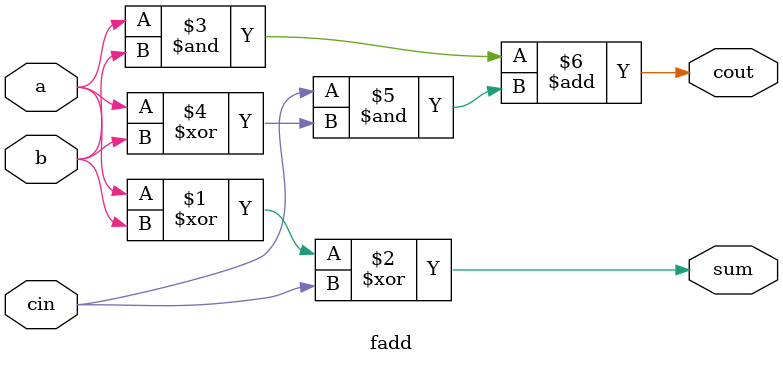
<source format=v>
module top_module( 
    input [2:0] a, b,
    input cin,
    output [2:0] cout,
    output [2:0] sum );

    //simple adder module creation, instantiation connection to create 3 bit ripple adder
 
    fadd add0 (.a(a[0]), .b(b[0]), .cin(cin), .cout(cout[0]), .sum(sum[0]));
    fadd add1 (.a(a[1]), .b(b[1]), .cin(cout[0]), .cout(cout[1]), .sum(sum[1]));
    fadd add2 (.a(a[2]), .b(b[2]), .cin(cout[1]), .cout(cout[2]), .sum(sum[2]));
    
    
endmodule

module fadd(
    input a, b, cin,
    output sum, cout);
    
    assign sum = a ^ b ^ cin;
    assign cout = (a & b) + (cin & (a ^ b));

endmodule
</source>
